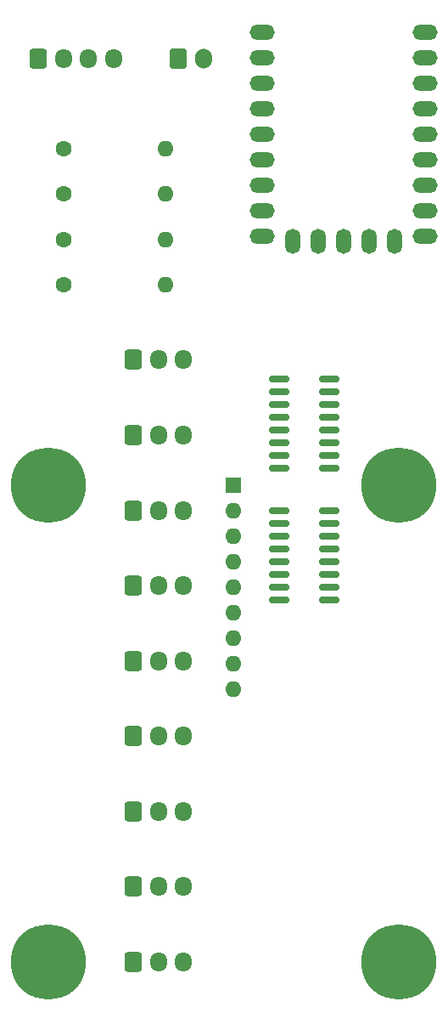
<source format=gts>
G04 #@! TF.GenerationSoftware,KiCad,Pcbnew,8.0.2*
G04 #@! TF.CreationDate,2024-08-18T16:51:17+09:00*
G04 #@! TF.ProjectId,rainbow2-rp2040,7261696e-626f-4773-922d-727032303430,rev?*
G04 #@! TF.SameCoordinates,Original*
G04 #@! TF.FileFunction,Soldermask,Top*
G04 #@! TF.FilePolarity,Negative*
%FSLAX46Y46*%
G04 Gerber Fmt 4.6, Leading zero omitted, Abs format (unit mm)*
G04 Created by KiCad (PCBNEW 8.0.2) date 2024-08-18 16:51:17*
%MOMM*%
%LPD*%
G01*
G04 APERTURE LIST*
G04 Aperture macros list*
%AMRoundRect*
0 Rectangle with rounded corners*
0 $1 Rounding radius*
0 $2 $3 $4 $5 $6 $7 $8 $9 X,Y pos of 4 corners*
0 Add a 4 corners polygon primitive as box body*
4,1,4,$2,$3,$4,$5,$6,$7,$8,$9,$2,$3,0*
0 Add four circle primitives for the rounded corners*
1,1,$1+$1,$2,$3*
1,1,$1+$1,$4,$5*
1,1,$1+$1,$6,$7*
1,1,$1+$1,$8,$9*
0 Add four rect primitives between the rounded corners*
20,1,$1+$1,$2,$3,$4,$5,0*
20,1,$1+$1,$4,$5,$6,$7,0*
20,1,$1+$1,$6,$7,$8,$9,0*
20,1,$1+$1,$8,$9,$2,$3,0*%
G04 Aperture macros list end*
%ADD10RoundRect,0.250000X-0.600000X-0.750000X0.600000X-0.750000X0.600000X0.750000X-0.600000X0.750000X0*%
%ADD11O,1.700000X2.000000*%
%ADD12R,1.600000X1.600000*%
%ADD13O,1.600000X1.600000*%
%ADD14RoundRect,0.250000X-0.600000X-0.725000X0.600000X-0.725000X0.600000X0.725000X-0.600000X0.725000X0*%
%ADD15O,1.700000X1.950000*%
%ADD16C,7.500000*%
%ADD17O,2.500000X1.500000*%
%ADD18O,1.500000X2.500000*%
%ADD19C,1.600000*%
%ADD20RoundRect,0.150000X-0.850000X-0.150000X0.850000X-0.150000X0.850000X0.150000X-0.850000X0.150000X0*%
G04 APERTURE END LIST*
D10*
X113000000Y-57500000D03*
D11*
X115500000Y-57500000D03*
D12*
X118500000Y-99960000D03*
D13*
X118500000Y-102500000D03*
X118500000Y-105040000D03*
X118500000Y-107580000D03*
X118500000Y-110120000D03*
X118500000Y-112660000D03*
X118500000Y-115200000D03*
X118500000Y-117740000D03*
X118500000Y-120280000D03*
D14*
X108500000Y-140000000D03*
D15*
X111000000Y-140000000D03*
X113500000Y-140000000D03*
D14*
X108500000Y-95000000D03*
D15*
X111000000Y-95000000D03*
X113500000Y-95000000D03*
D16*
X100000000Y-100000000D03*
D14*
X108500000Y-117500000D03*
D15*
X111000000Y-117500000D03*
X113500000Y-117500000D03*
D17*
X137620000Y-54840000D03*
X137620000Y-57380000D03*
X137620000Y-59920000D03*
X137620000Y-62460000D03*
X137620000Y-65000000D03*
X137620000Y-67540000D03*
X137620000Y-70080000D03*
X137620000Y-72620000D03*
X137620000Y-75160000D03*
D18*
X134580000Y-75660000D03*
X132040000Y-75660000D03*
X129500000Y-75660000D03*
X126960000Y-75660000D03*
X124420000Y-75660000D03*
D17*
X121380000Y-75160000D03*
X121380000Y-72620000D03*
X121380000Y-70080000D03*
X121380000Y-67540000D03*
X121380000Y-65000000D03*
X121380000Y-62460000D03*
X121380000Y-59920000D03*
X121380000Y-57380000D03*
X121380000Y-54840000D03*
D14*
X108500000Y-87500000D03*
D15*
X111000000Y-87500000D03*
X113500000Y-87500000D03*
D16*
X100000000Y-147500000D03*
X135000000Y-147500000D03*
D19*
X101500000Y-80000000D03*
D13*
X111660000Y-80000000D03*
D16*
X135000000Y-100000000D03*
D20*
X123000000Y-102500000D03*
X123000000Y-103770000D03*
X123000000Y-105040000D03*
X123000000Y-106310000D03*
X123000000Y-107580000D03*
X123000000Y-108850000D03*
X123000000Y-110120000D03*
X123000000Y-111390000D03*
X128000000Y-111390000D03*
X128000000Y-110120000D03*
X128000000Y-108850000D03*
X128000000Y-107580000D03*
X128000000Y-106310000D03*
X128000000Y-105040000D03*
X128000000Y-103770000D03*
X128000000Y-102500000D03*
D19*
X101500000Y-66500000D03*
D13*
X111660000Y-66500000D03*
D19*
X101500000Y-71000000D03*
D13*
X111660000Y-71000000D03*
D14*
X108500000Y-125000000D03*
D15*
X111000000Y-125000000D03*
X113500000Y-125000000D03*
D14*
X108500000Y-110000000D03*
D15*
X111000000Y-110000000D03*
X113500000Y-110000000D03*
D14*
X108500000Y-102500000D03*
D15*
X111000000Y-102500000D03*
X113500000Y-102500000D03*
D14*
X99000000Y-57500000D03*
D15*
X101500000Y-57500000D03*
X104000000Y-57500000D03*
X106500000Y-57500000D03*
D20*
X123000000Y-89380000D03*
X123000000Y-90650000D03*
X123000000Y-91920000D03*
X123000000Y-93190000D03*
X123000000Y-94460000D03*
X123000000Y-95730000D03*
X123000000Y-97000000D03*
X123000000Y-98270000D03*
X128000000Y-98270000D03*
X128000000Y-97000000D03*
X128000000Y-95730000D03*
X128000000Y-94460000D03*
X128000000Y-93190000D03*
X128000000Y-91920000D03*
X128000000Y-90650000D03*
X128000000Y-89380000D03*
D19*
X101500000Y-75500000D03*
D13*
X111660000Y-75500000D03*
D14*
X108500000Y-147500000D03*
D15*
X111000000Y-147500000D03*
X113500000Y-147500000D03*
D14*
X108500000Y-132500000D03*
D15*
X111000000Y-132500000D03*
X113500000Y-132500000D03*
M02*

</source>
